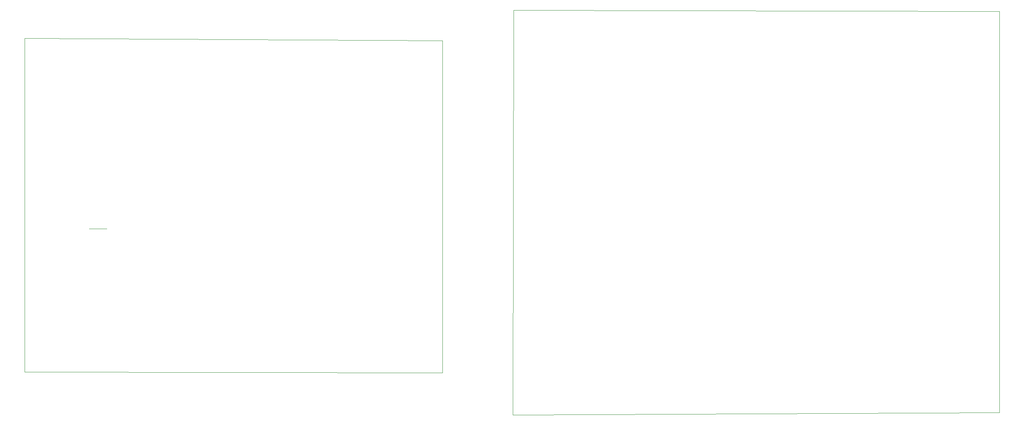
<source format=gbr>
%TF.GenerationSoftware,KiCad,Pcbnew,(5.1.6)-1*%
%TF.CreationDate,2020-07-12T13:26:10+05:30*%
%TF.ProjectId,original,6f726967-696e-4616-9c2e-6b696361645f,rev?*%
%TF.SameCoordinates,Original*%
%TF.FileFunction,Profile,NP*%
%FSLAX46Y46*%
G04 Gerber Fmt 4.6, Leading zero omitted, Abs format (unit mm)*
G04 Created by KiCad (PCBNEW (5.1.6)-1) date 2020-07-12 13:26:10*
%MOMM*%
%LPD*%
G01*
G04 APERTURE LIST*
%TA.AperFunction,Profile*%
%ADD10C,0.050000*%
%TD*%
G04 APERTURE END LIST*
D10*
X232791000Y-25019000D02*
X127508000Y-24765000D01*
X232791000Y-112014000D02*
X232791000Y-25019000D01*
X127381000Y-112522000D02*
X232791000Y-112014000D01*
X127508000Y-24765000D02*
X127381000Y-112522000D01*
X112141000Y-31369000D02*
X21590000Y-30861000D01*
X112141000Y-103378000D02*
X112141000Y-31369000D01*
X21590000Y-103251000D02*
X112141000Y-103378000D01*
X21590000Y-30861000D02*
X21590000Y-103251000D01*
X35560000Y-72136000D02*
X39370000Y-72136000D01*
M02*

</source>
